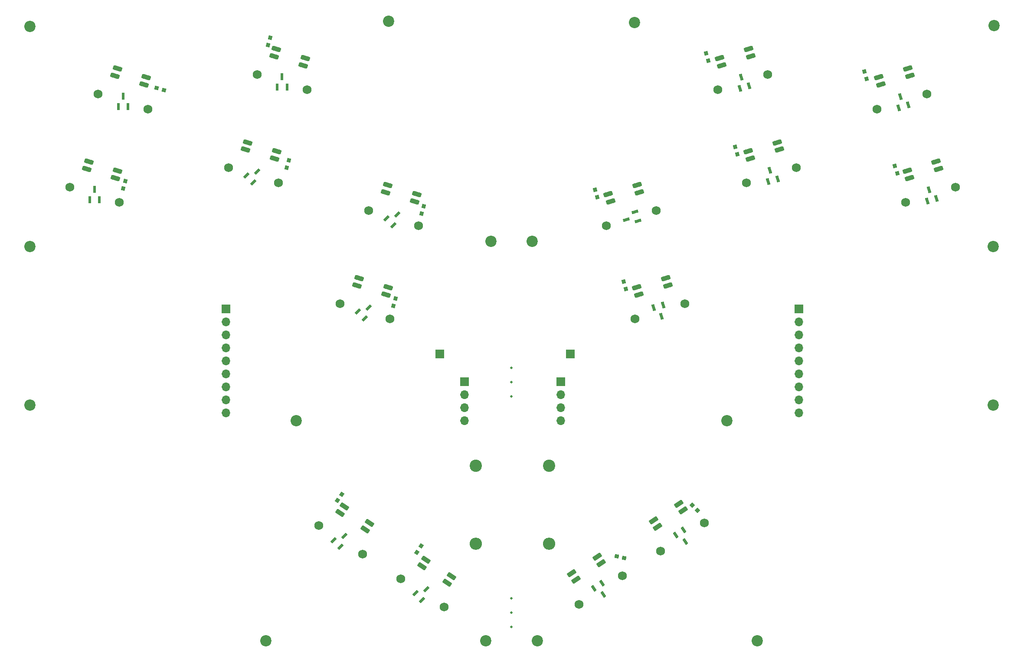
<source format=gbs>
G04 #@! TF.GenerationSoftware,KiCad,Pcbnew,(6.0.10)*
G04 #@! TF.CreationDate,2023-07-31T18:02:40+01:00*
G04 #@! TF.ProjectId,magnetonekeys,6d61676e-6574-46f6-9e65-6b6579732e6b,rev?*
G04 #@! TF.SameCoordinates,Original*
G04 #@! TF.FileFunction,Soldermask,Bot*
G04 #@! TF.FilePolarity,Negative*
%FSLAX46Y46*%
G04 Gerber Fmt 4.6, Leading zero omitted, Abs format (unit mm)*
G04 Created by KiCad (PCBNEW (6.0.10)) date 2023-07-31 18:02:40*
%MOMM*%
%LPD*%
G01*
G04 APERTURE LIST*
G04 Aperture macros list*
%AMRoundRect*
0 Rectangle with rounded corners*
0 $1 Rounding radius*
0 $2 $3 $4 $5 $6 $7 $8 $9 X,Y pos of 4 corners*
0 Add a 4 corners polygon primitive as box body*
4,1,4,$2,$3,$4,$5,$6,$7,$8,$9,$2,$3,0*
0 Add four circle primitives for the rounded corners*
1,1,$1+$1,$2,$3*
1,1,$1+$1,$4,$5*
1,1,$1+$1,$6,$7*
1,1,$1+$1,$8,$9*
0 Add four rect primitives between the rounded corners*
20,1,$1+$1,$2,$3,$4,$5,0*
20,1,$1+$1,$4,$5,$6,$7,0*
20,1,$1+$1,$6,$7,$8,$9,0*
20,1,$1+$1,$8,$9,$2,$3,0*%
%AMRotRect*
0 Rectangle, with rotation*
0 The origin of the aperture is its center*
0 $1 length*
0 $2 width*
0 $3 Rotation angle, in degrees counterclockwise*
0 Add horizontal line*
21,1,$1,$2,0,0,$3*%
G04 Aperture macros list end*
%ADD10C,1.750000*%
%ADD11RoundRect,0.225000X0.443559X0.556332X-0.688646X-0.178930X-0.443559X-0.556332X0.688646X0.178930X0*%
%ADD12R,1.700000X1.700000*%
%ADD13O,1.700000X1.700000*%
%ADD14C,2.200000*%
%ADD15RoundRect,0.225000X-0.579722X-0.412519X0.711289X-0.017818X0.579722X0.412519X-0.711289X0.017818X0*%
%ADD16C,0.500000*%
%ADD17RoundRect,0.225000X-0.688646X0.178930X0.443559X-0.556332X0.688646X-0.178930X-0.443559X0.556332X0*%
%ADD18RoundRect,0.225000X-0.711289X-0.017818X0.579722X-0.412519X0.711289X0.017818X-0.579722X0.412519X0*%
%ADD19RoundRect,0.225000X0.711289X0.017818X-0.579722X0.412519X-0.711289X-0.017818X0.579722X-0.412519X0*%
%ADD20RotRect,0.800000X0.750000X56.000000*%
%ADD21RotRect,0.800000X0.750000X253.000000*%
%ADD22RoundRect,0.039200X0.405935X-0.504145X0.054621X0.644951X-0.405935X0.504145X-0.054621X-0.644951X0*%
%ADD23RoundRect,0.039200X-0.405935X0.504145X-0.054621X-0.644951X0.405935X-0.504145X0.054621X0.644951X0*%
%ADD24RotRect,0.800000X0.750000X73.000000*%
%ADD25RotRect,0.800000X0.750000X343.000000*%
%ADD26RotRect,0.800000X0.750000X107.000000*%
%ADD27RotRect,0.800000X0.750000X316.000000*%
%ADD28RoundRect,0.039200X-0.254558X-0.595101X0.595101X0.254558X0.254558X0.595101X-0.595101X-0.254558X0*%
%ADD29RoundRect,0.039200X-0.529171X0.372724X0.125267X-0.635022X0.529171X-0.372724X-0.125267X0.635022X0*%
%ADD30C,2.400000*%
%ADD31O,2.400000X2.400000*%
%ADD32RoundRect,0.039200X0.240800X-0.600800X0.240800X0.600800X-0.240800X0.600800X-0.240800X-0.600800X0*%
%ADD33RoundRect,0.039200X0.504145X0.405935X-0.644951X0.054621X-0.504145X-0.405935X0.644951X-0.054621X0*%
%ADD34RotRect,0.800000X0.750000X348.000000*%
G04 APERTURE END LIST*
D10*
X166521612Y-146681161D03*
X175042504Y-141147629D03*
D11*
X170897849Y-138676266D03*
X170080891Y-137418260D03*
X165132734Y-140631631D03*
X165949693Y-141889637D03*
D12*
X144170816Y-103174481D03*
D13*
X144170816Y-105714481D03*
X144170816Y-108254481D03*
X144170816Y-110794481D03*
D12*
X209493750Y-88966875D03*
D13*
X209493750Y-91506875D03*
X209493750Y-94046875D03*
X209493750Y-96586875D03*
X209493750Y-99126875D03*
X209493750Y-101666875D03*
X209493750Y-104206875D03*
X209493750Y-106746875D03*
X209493750Y-109286875D03*
D14*
X59393750Y-76786875D03*
D10*
X187217924Y-87935630D03*
X177501868Y-90906126D03*
D15*
X177834270Y-84708118D03*
X178272827Y-86142575D03*
X183915026Y-84417582D03*
X183476468Y-82983125D03*
D14*
X111393750Y-110786875D03*
D12*
X162975350Y-103174481D03*
D13*
X162975350Y-105714481D03*
X162975350Y-108254481D03*
X162975350Y-110794481D03*
D16*
X153393750Y-148286875D03*
X153393750Y-145496875D03*
X153393750Y-151076875D03*
D14*
X201393750Y-153786875D03*
D10*
X182498287Y-136305789D03*
X191019179Y-130772257D03*
D11*
X186874524Y-128300894D03*
X186057566Y-127042888D03*
X181109409Y-130256259D03*
X181926368Y-131514265D03*
D14*
X59393750Y-107786875D03*
X157393750Y-75786875D03*
X148393752Y-153786878D03*
D10*
X124289780Y-136857212D03*
X115768888Y-131323680D03*
D17*
X120730501Y-127594311D03*
X119913543Y-128852317D03*
X124861699Y-132065688D03*
X125678658Y-130807682D03*
D12*
X97653750Y-88956875D03*
D13*
X97653750Y-91496875D03*
X97653750Y-94036875D03*
X97653750Y-96576875D03*
X97653750Y-99116875D03*
X97653750Y-101656875D03*
X97653750Y-104196875D03*
X97653750Y-106736875D03*
X97653750Y-109276875D03*
D12*
X139408312Y-97786875D03*
D14*
X177393752Y-33036876D03*
D12*
X164872750Y-97786875D03*
D14*
X195393750Y-110786875D03*
X149393750Y-75786875D03*
D16*
X153393750Y-103286875D03*
X153393750Y-106076875D03*
X153393750Y-100496875D03*
D10*
X103741194Y-43145896D03*
X113457250Y-46116392D03*
D18*
X107482650Y-38193391D03*
X107044092Y-39627848D03*
X112686291Y-41352841D03*
X113124848Y-39918384D03*
D10*
X72701665Y-46936445D03*
X82417721Y-49906941D03*
D19*
X81646762Y-45143390D03*
X82085319Y-43708933D03*
X76443121Y-41983940D03*
X76004563Y-43418397D03*
D14*
X247393750Y-107786875D03*
D10*
X125497921Y-69718024D03*
X135213977Y-72688520D03*
D19*
X134443018Y-67924969D03*
X134881575Y-66490512D03*
X129239377Y-64765519D03*
X128800819Y-66199976D03*
D14*
X129393750Y-32786875D03*
D10*
X131745562Y-141699054D03*
X140266454Y-147232586D03*
D17*
X136707175Y-137969685D03*
X135890217Y-139227691D03*
X140838373Y-142441062D03*
X141655332Y-141183056D03*
D10*
X98171513Y-61363502D03*
X107887569Y-64333998D03*
D19*
X107116610Y-59570447D03*
X107555167Y-58135990D03*
X101912969Y-56410997D03*
X101474411Y-57845454D03*
D14*
X158393747Y-153786878D03*
D10*
X181648245Y-69718024D03*
X171932189Y-72688520D03*
D15*
X172264591Y-66490512D03*
X172703148Y-67924969D03*
X178345347Y-66199976D03*
X177906789Y-64765519D03*
D14*
X247561645Y-33615300D03*
D10*
X119928242Y-87935630D03*
X129644298Y-90906126D03*
D19*
X128873339Y-86142575D03*
X129311896Y-84708118D03*
X123669698Y-82983125D03*
X123231140Y-84417582D03*
D14*
X105393750Y-153786875D03*
X59393755Y-33786875D03*
D10*
X203404972Y-43145896D03*
X193688916Y-46116392D03*
D15*
X194021318Y-39918384D03*
X194459875Y-41352841D03*
X200102074Y-39627848D03*
X199663516Y-38193391D03*
D10*
X234444501Y-46936445D03*
X224728445Y-49906941D03*
D15*
X225060847Y-43708933D03*
X225499404Y-45143390D03*
X231141603Y-43418397D03*
X230703045Y-41983940D03*
D10*
X230298126Y-68124547D03*
X240014182Y-65154051D03*
D15*
X230630528Y-61926539D03*
X231069085Y-63360996D03*
X236711284Y-61636003D03*
X236272726Y-60201546D03*
D10*
X199258597Y-64333998D03*
X208974653Y-61363502D03*
D15*
X199590999Y-58135990D03*
X200029556Y-59570447D03*
X205671755Y-57845454D03*
X205233197Y-56410997D03*
D14*
X247393750Y-76786875D03*
D10*
X76848040Y-68124547D03*
X67131984Y-65154051D03*
D19*
X76077081Y-63360996D03*
X76515638Y-61926539D03*
X70873440Y-60201546D03*
X70434882Y-61636003D03*
D20*
X119405855Y-126408028D03*
X120244645Y-125164472D03*
D21*
X78036333Y-64025526D03*
X77597775Y-65459984D03*
D22*
X230794644Y-49124152D03*
X228977664Y-49679658D03*
X229286792Y-47441481D03*
D23*
X181151725Y-88718419D03*
X182968705Y-88162913D03*
X182659577Y-90401090D03*
D24*
X105844432Y-37367402D03*
X106282990Y-35932944D03*
D22*
X199755115Y-45333603D03*
X197938135Y-45889109D03*
X198247263Y-43650932D03*
X205324796Y-63551209D03*
X203507816Y-64106715D03*
X203816944Y-61868538D03*
D25*
X84104896Y-45795096D03*
X85539354Y-46233654D03*
D26*
X170119106Y-67088510D03*
X169680548Y-65654052D03*
D27*
X188629617Y-127289442D03*
X189708627Y-128331430D03*
D26*
X222725929Y-43993219D03*
X222287371Y-42558761D03*
D21*
X136280779Y-68937771D03*
X135842221Y-70372229D03*
D28*
X130302916Y-72599808D03*
X128959413Y-71256305D03*
X131080733Y-70478488D03*
D29*
X169427066Y-143572165D03*
X171020540Y-142537351D03*
X171340313Y-144774032D03*
D30*
X146393750Y-119595011D03*
D31*
X146393750Y-134835011D03*
D26*
X197503504Y-58754128D03*
X197064946Y-57319670D03*
X175696202Y-85069816D03*
X175257644Y-83635358D03*
D21*
X130760154Y-86969021D03*
X130321596Y-88403479D03*
X109905838Y-59906254D03*
X109467280Y-61340712D03*
D32*
X78509693Y-49446693D03*
X76609693Y-49446693D03*
X77559693Y-47396693D03*
D33*
X177492676Y-69995101D03*
X178048182Y-71812081D03*
X175810005Y-71502953D03*
D22*
X236364325Y-67341758D03*
X234547345Y-67897264D03*
X234856473Y-65659087D03*
D28*
X124733237Y-90817414D03*
X123389734Y-89473911D03*
X125511054Y-88696094D03*
X135952975Y-145862356D03*
X134609472Y-144518853D03*
X136730792Y-143741036D03*
D34*
X173924802Y-137312187D03*
X175392024Y-137624055D03*
D30*
X160752750Y-119595011D03*
D31*
X160752750Y-134835011D03*
D26*
X228679059Y-62447922D03*
X228240501Y-61013464D03*
X191769653Y-40421341D03*
X191331095Y-38986883D03*
D32*
X72940012Y-67664299D03*
X71040012Y-67664299D03*
X71990012Y-65614299D03*
D28*
X102976508Y-64245286D03*
X101633005Y-62901783D03*
X103754325Y-62123966D03*
D20*
X134883972Y-136508541D03*
X135722762Y-135264985D03*
D29*
X185403741Y-133196793D03*
X186997215Y-132161979D03*
X187316988Y-134398660D03*
D28*
X119976301Y-135486982D03*
X118632798Y-134143479D03*
X120754118Y-133365662D03*
D32*
X109549222Y-45656144D03*
X107649222Y-45656144D03*
X108599222Y-43606144D03*
M02*

</source>
